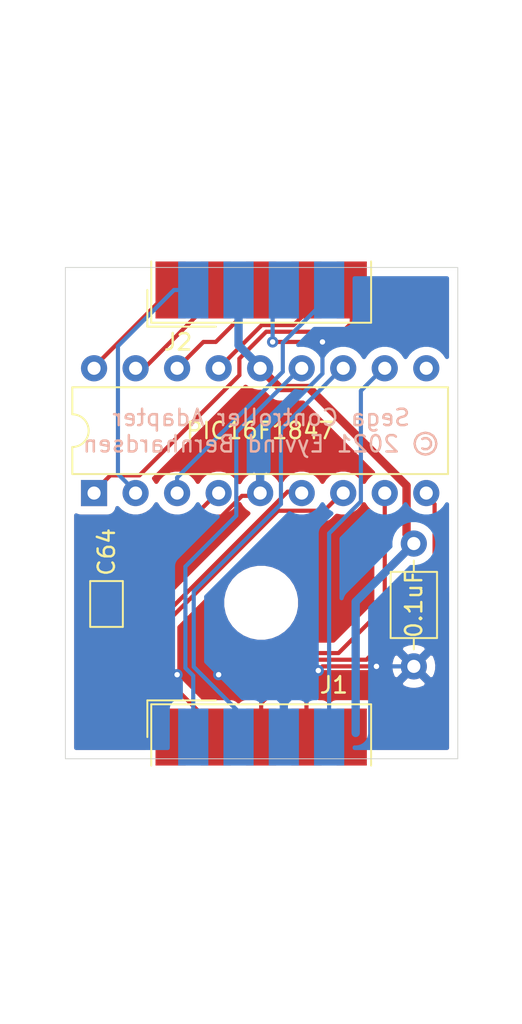
<source format=kicad_pcb>
(kicad_pcb (version 20171130) (host pcbnew "(5.1.9-0-10_14)")

  (general
    (thickness 1.6)
    (drawings 5)
    (tracks 106)
    (zones 0)
    (modules 6)
    (nets 19)
  )

  (page A4)
  (layers
    (0 F.Cu signal)
    (31 B.Cu signal)
    (36 B.SilkS user)
    (37 F.SilkS user)
    (38 B.Mask user)
    (39 F.Mask user)
    (41 Cmts.User user)
    (44 Edge.Cuts user)
    (45 Margin user)
    (46 B.CrtYd user)
    (47 F.CrtYd user)
    (49 F.Fab user)
  )

  (setup
    (last_trace_width 0.254)
    (user_trace_width 0.254)
    (user_trace_width 0.508)
    (trace_clearance 0.1524)
    (zone_clearance 0.508)
    (zone_45_only no)
    (trace_min 0.1524)
    (via_size 0.6858)
    (via_drill 0.3302)
    (via_min_size 0.508)
    (via_min_drill 0.254)
    (uvia_size 0.6858)
    (uvia_drill 0.3302)
    (uvias_allowed no)
    (uvia_min_size 0)
    (uvia_min_drill 0)
    (edge_width 0.05)
    (segment_width 0.2)
    (pcb_text_width 0.3)
    (pcb_text_size 1.5 1.5)
    (mod_edge_width 0.12)
    (mod_text_size 1 1)
    (mod_text_width 0.15)
    (pad_size 1.524 1.524)
    (pad_drill 0.762)
    (pad_to_mask_clearance 0.0508)
    (aux_axis_origin 0 0)
    (grid_origin 167.475 111.6)
    (visible_elements FFFFFF7F)
    (pcbplotparams
      (layerselection 0x010f0_ffffffff)
      (usegerberextensions false)
      (usegerberattributes true)
      (usegerberadvancedattributes true)
      (creategerberjobfile true)
      (excludeedgelayer true)
      (linewidth 0.100000)
      (plotframeref false)
      (viasonmask false)
      (mode 1)
      (useauxorigin false)
      (hpglpennumber 1)
      (hpglpenspeed 20)
      (hpglpendiameter 15.000000)
      (psnegative false)
      (psa4output false)
      (plotreference true)
      (plotvalue true)
      (plotinvisibletext false)
      (padsonsilk false)
      (subtractmaskfromsilk false)
      (outputformat 1)
      (mirror false)
      (drillshape 0)
      (scaleselection 1)
      (outputdirectory ""))
  )

  (net 0 "")
  (net 1 "Net-(J1-Pad1)")
  (net 2 "Net-(J1-Pad2)")
  (net 3 "Net-(J1-Pad3)")
  (net 4 "Net-(J1-Pad4)")
  (net 5 "Net-(J1-Pad6)")
  (net 6 "Net-(J1-Pad7)")
  (net 7 "Net-(J1-Pad9)")
  (net 8 "Net-(J2-Pad1)")
  (net 9 "Net-(J2-Pad2)")
  (net 10 "Net-(J2-Pad3)")
  (net 11 "Net-(J2-Pad4)")
  (net 12 "Net-(J2-Pad5)")
  (net 13 "Net-(J2-Pad6)")
  (net 14 "Net-(J2-Pad9)")
  (net 15 "Net-(U1-Pad10)")
  (net 16 GND)
  (net 17 +5V)
  (net 18 "Net-(JP1-Pad1)")

  (net_class Default "This is the default net class."
    (clearance 0.1524)
    (trace_width 0.1524)
    (via_dia 0.6858)
    (via_drill 0.3302)
    (uvia_dia 0.6858)
    (uvia_drill 0.3302)
    (add_net +5V)
    (add_net GND)
    (add_net "Net-(J1-Pad1)")
    (add_net "Net-(J1-Pad2)")
    (add_net "Net-(J1-Pad3)")
    (add_net "Net-(J1-Pad4)")
    (add_net "Net-(J1-Pad6)")
    (add_net "Net-(J1-Pad7)")
    (add_net "Net-(J1-Pad9)")
    (add_net "Net-(J2-Pad1)")
    (add_net "Net-(J2-Pad2)")
    (add_net "Net-(J2-Pad3)")
    (add_net "Net-(J2-Pad4)")
    (add_net "Net-(J2-Pad5)")
    (add_net "Net-(J2-Pad6)")
    (add_net "Net-(J2-Pad9)")
    (add_net "Net-(JP1-Pad1)")
    (add_net "Net-(U1-Pad10)")
  )

  (module MountingHole:MountingHole_3.5mm (layer F.Cu) (tedit 56D1B4CB) (tstamp 613BF26F)
    (at 179.475 132.1)
    (descr "Mounting Hole 3.5mm, no annular")
    (tags "mounting hole 3.5mm no annular")
    (path /613BAD68)
    (attr virtual)
    (fp_text reference H1 (at -0.025 -0.325) (layer F.SilkS)
      (effects (font (size 1 1) (thickness 0.15)))
    )
    (fp_text value MountingHole (at -0.075 -0.55) (layer F.Fab)
      (effects (font (size 1 1) (thickness 0.15)))
    )
    (fp_text user %R (at 0.3 0) (layer F.Fab)
      (effects (font (size 1 1) (thickness 0.15)))
    )
    (fp_circle (center 0 0) (end 3.5 0) (layer Cmts.User) (width 0.15))
    (fp_circle (center 0 0) (end 3.75 0) (layer F.CrtYd) (width 0.05))
    (pad 1 np_thru_hole circle (at 0 0) (size 3.5 3.5) (drill 3.5) (layers *.Cu *.Mask))
  )

  (module Package_DIP:DIP-18_W7.62mm (layer F.Cu) (tedit 5A02E8C5) (tstamp 601EC46C)
    (at 169.253 125.4 90)
    (descr "18-lead though-hole mounted DIP package, row spacing 7.62 mm (300 mils)")
    (tags "THT DIP DIL PDIP 2.54mm 7.62mm 300mil")
    (path /601EB7C3)
    (fp_text reference U1 (at 3.81 -2.33 90) (layer Cmts.User)
      (effects (font (size 1 1) (thickness 0.15)))
    )
    (fp_text value PIC16F1847 (at 3.81 10.16 180) (layer F.SilkS)
      (effects (font (size 1 1) (thickness 0.15)))
    )
    (fp_line (start 1.635 -1.27) (end 6.985 -1.27) (layer F.Fab) (width 0.1))
    (fp_line (start 6.985 -1.27) (end 6.985 21.59) (layer F.Fab) (width 0.1))
    (fp_line (start 6.985 21.59) (end 0.635 21.59) (layer F.Fab) (width 0.1))
    (fp_line (start 0.635 21.59) (end 0.635 -0.27) (layer F.Fab) (width 0.1))
    (fp_line (start 0.635 -0.27) (end 1.635 -1.27) (layer F.Fab) (width 0.1))
    (fp_line (start 2.81 -1.33) (end 1.16 -1.33) (layer F.SilkS) (width 0.12))
    (fp_line (start 1.16 -1.33) (end 1.16 21.65) (layer F.SilkS) (width 0.12))
    (fp_line (start 1.16 21.65) (end 6.46 21.65) (layer F.SilkS) (width 0.12))
    (fp_line (start 6.46 21.65) (end 6.46 -1.33) (layer F.SilkS) (width 0.12))
    (fp_line (start 6.46 -1.33) (end 4.81 -1.33) (layer F.SilkS) (width 0.12))
    (fp_line (start -1.1 -1.55) (end -1.1 21.85) (layer F.CrtYd) (width 0.05))
    (fp_line (start -1.1 21.85) (end 8.7 21.85) (layer F.CrtYd) (width 0.05))
    (fp_line (start 8.7 21.85) (end 8.7 -1.55) (layer F.CrtYd) (width 0.05))
    (fp_line (start 8.7 -1.55) (end -1.1 -1.55) (layer F.CrtYd) (width 0.05))
    (fp_arc (start 3.81 -1.33) (end 2.81 -1.33) (angle -180) (layer F.SilkS) (width 0.12))
    (fp_text user %R (at 3.81 20.32 90) (layer F.Fab)
      (effects (font (size 1 1) (thickness 0.15)))
    )
    (pad 1 thru_hole rect (at 0 0 90) (size 1.6 1.6) (drill 0.8) (layers *.Cu *.Mask)
      (net 12 "Net-(J2-Pad5)"))
    (pad 10 thru_hole oval (at 7.62 20.32 90) (size 1.6 1.6) (drill 0.8) (layers *.Cu *.Mask)
      (net 15 "Net-(U1-Pad10)"))
    (pad 2 thru_hole oval (at 0 2.54 90) (size 1.6 1.6) (drill 0.8) (layers *.Cu *.Mask)
      (net 13 "Net-(J2-Pad6)"))
    (pad 11 thru_hole oval (at 7.62 17.78 90) (size 1.6 1.6) (drill 0.8) (layers *.Cu *.Mask)
      (net 7 "Net-(J1-Pad9)"))
    (pad 3 thru_hole oval (at 0 5.08 90) (size 1.6 1.6) (drill 0.8) (layers *.Cu *.Mask)
      (net 14 "Net-(J2-Pad9)"))
    (pad 12 thru_hole oval (at 7.62 15.24 90) (size 1.6 1.6) (drill 0.8) (layers *.Cu *.Mask)
      (net 6 "Net-(J1-Pad7)"))
    (pad 4 thru_hole oval (at 0 7.62 90) (size 1.6 1.6) (drill 0.8) (layers *.Cu *.Mask)
      (net 18 "Net-(JP1-Pad1)"))
    (pad 13 thru_hole oval (at 7.62 12.7 90) (size 1.6 1.6) (drill 0.8) (layers *.Cu *.Mask)
      (net 5 "Net-(J1-Pad6)"))
    (pad 5 thru_hole oval (at 0 10.16 90) (size 1.6 1.6) (drill 0.8) (layers *.Cu *.Mask)
      (net 16 GND))
    (pad 14 thru_hole oval (at 7.62 10.16 90) (size 1.6 1.6) (drill 0.8) (layers *.Cu *.Mask)
      (net 17 +5V))
    (pad 6 thru_hole oval (at 0 12.7 90) (size 1.6 1.6) (drill 0.8) (layers *.Cu *.Mask)
      (net 1 "Net-(J1-Pad1)"))
    (pad 15 thru_hole oval (at 7.62 7.62 90) (size 1.6 1.6) (drill 0.8) (layers *.Cu *.Mask)
      (net 11 "Net-(J2-Pad4)"))
    (pad 7 thru_hole oval (at 0 15.24 90) (size 1.6 1.6) (drill 0.8) (layers *.Cu *.Mask)
      (net 2 "Net-(J1-Pad2)"))
    (pad 16 thru_hole oval (at 7.62 5.08 90) (size 1.6 1.6) (drill 0.8) (layers *.Cu *.Mask)
      (net 10 "Net-(J2-Pad3)"))
    (pad 8 thru_hole oval (at 0 17.78 90) (size 1.6 1.6) (drill 0.8) (layers *.Cu *.Mask)
      (net 3 "Net-(J1-Pad3)"))
    (pad 17 thru_hole oval (at 7.62 2.54 90) (size 1.6 1.6) (drill 0.8) (layers *.Cu *.Mask)
      (net 9 "Net-(J2-Pad2)"))
    (pad 9 thru_hole oval (at 0 20.32 90) (size 1.6 1.6) (drill 0.8) (layers *.Cu *.Mask)
      (net 4 "Net-(J1-Pad4)"))
    (pad 18 thru_hole oval (at 7.62 0 90) (size 1.6 1.6) (drill 0.8) (layers *.Cu *.Mask)
      (net 8 "Net-(J2-Pad1)"))
    (model ${KISYS3DMOD}/Package_DIP.3dshapes/DIP-18_W7.62mm.wrl
      (at (xyz 0 0 0))
      (scale (xyz 1 1 1))
      (rotate (xyz 0 0 0))
    )
  )

  (module Jumper:SolderJumper-2_P1.3mm_Open_Pad1.0x1.5mm (layer F.Cu) (tedit 5A3EABFC) (tstamp 604FFCD7)
    (at 170.015 132.174 270)
    (descr "SMD Solder Jumper, 1x1.5mm Pads, 0.3mm gap, open")
    (tags "solder jumper open")
    (path /60502D56)
    (attr virtual)
    (fp_text reference JP1 (at 0 -1.8 90) (layer Cmts.User)
      (effects (font (size 1 1) (thickness 0.15)))
    )
    (fp_text value C64 (at -3.175 0 90) (layer F.SilkS)
      (effects (font (size 1 1) (thickness 0.15)))
    )
    (fp_line (start -1.4 1) (end -1.4 -1) (layer F.SilkS) (width 0.12))
    (fp_line (start 1.4 1) (end -1.4 1) (layer F.SilkS) (width 0.12))
    (fp_line (start 1.4 -1) (end 1.4 1) (layer F.SilkS) (width 0.12))
    (fp_line (start -1.4 -1) (end 1.4 -1) (layer F.SilkS) (width 0.12))
    (fp_line (start -1.65 -1.25) (end 1.65 -1.25) (layer F.CrtYd) (width 0.05))
    (fp_line (start -1.65 -1.25) (end -1.65 1.25) (layer F.CrtYd) (width 0.05))
    (fp_line (start 1.65 1.25) (end 1.65 -1.25) (layer F.CrtYd) (width 0.05))
    (fp_line (start 1.65 1.25) (end -1.65 1.25) (layer F.CrtYd) (width 0.05))
    (pad 1 smd rect (at -0.65 0 270) (size 1 1.5) (layers F.Cu F.Mask)
      (net 18 "Net-(JP1-Pad1)"))
    (pad 2 smd rect (at 0.65 0 270) (size 1 1.5) (layers F.Cu F.Mask)
      (net 16 GND))
  )

  (module Connector_Dsub:DSUB-9_Male_EdgeMount_P2.77mm (layer F.Cu) (tedit 59FEDEE2) (tstamp 601EC3D9)
    (at 179.475 140.3)
    (descr "9-pin D-Sub connector, solder-cups edge-mounted, male, x-pin-pitch 2.77mm, distance of mounting holes 25mm, see https://disti-assets.s3.amazonaws.com/tonar/files/datasheets/16730.pdf")
    (tags "9-pin D-Sub connector edge mount solder cup male x-pin-pitch 2.77mm mounting holes distance 25mm")
    (path /601EDA30)
    (attr smd)
    (fp_text reference J1 (at 4.445 -3.175) (layer F.SilkS)
      (effects (font (size 1 1) (thickness 0.15)))
    )
    (fp_text value Sega (at 0 16.69) (layer F.Fab)
      (effects (font (size 1 1) (thickness 0.15)))
    )
    (fp_line (start -15.425 1.99) (end 15.425 1.99) (layer Dwgs.User) (width 0.05))
    (fp_line (start -6.963333 -2.24) (end -2.77 -2.24) (layer F.SilkS) (width 0.12))
    (fp_line (start -6.963333 0) (end -6.963333 -2.24) (layer F.SilkS) (width 0.12))
    (fp_line (start -6.723333 -2) (end -6.723333 1.74) (layer F.SilkS) (width 0.12))
    (fp_line (start 6.723333 -2) (end -6.723333 -2) (layer F.SilkS) (width 0.12))
    (fp_line (start 6.723333 1.74) (end 6.723333 -2) (layer F.SilkS) (width 0.12))
    (fp_line (start -7 1.5) (end -7 -2.25) (layer F.CrtYd) (width 0.05))
    (fp_line (start -8.05 1.5) (end -7 1.5) (layer F.CrtYd) (width 0.05))
    (fp_line (start -8.05 4.3) (end -8.05 1.5) (layer F.CrtYd) (width 0.05))
    (fp_line (start -9.05 4.3) (end -8.05 4.3) (layer F.CrtYd) (width 0.05))
    (fp_line (start -9.05 8.8) (end -9.05 4.3) (layer F.CrtYd) (width 0.05))
    (fp_line (start -15.95 8.8) (end -9.05 8.8) (layer F.CrtYd) (width 0.05))
    (fp_line (start -15.95 10.2) (end -15.95 8.8) (layer F.CrtYd) (width 0.05))
    (fp_line (start -8.65 10.2) (end -15.95 10.2) (layer F.CrtYd) (width 0.05))
    (fp_line (start -8.65 16.2) (end -8.65 10.2) (layer F.CrtYd) (width 0.05))
    (fp_line (start 8.65 16.2) (end -8.65 16.2) (layer F.CrtYd) (width 0.05))
    (fp_line (start 8.65 10.2) (end 8.65 16.2) (layer F.CrtYd) (width 0.05))
    (fp_line (start 15.95 10.2) (end 8.65 10.2) (layer F.CrtYd) (width 0.05))
    (fp_line (start 15.95 8.8) (end 15.95 10.2) (layer F.CrtYd) (width 0.05))
    (fp_line (start 9.05 8.8) (end 15.95 8.8) (layer F.CrtYd) (width 0.05))
    (fp_line (start 9.05 4.3) (end 9.05 8.8) (layer F.CrtYd) (width 0.05))
    (fp_line (start 8.05 4.3) (end 9.05 4.3) (layer F.CrtYd) (width 0.05))
    (fp_line (start 8.05 1.5) (end 8.05 4.3) (layer F.CrtYd) (width 0.05))
    (fp_line (start 7 1.5) (end 8.05 1.5) (layer F.CrtYd) (width 0.05))
    (fp_line (start 7 -2.25) (end 7 1.5) (layer F.CrtYd) (width 0.05))
    (fp_line (start -7 -2.25) (end 7 -2.25) (layer F.CrtYd) (width 0.05))
    (fp_line (start 8.15 9.69) (end -8.15 9.69) (layer F.Fab) (width 0.1))
    (fp_line (start 8.15 15.69) (end 8.15 9.69) (layer F.Fab) (width 0.1))
    (fp_line (start -8.15 15.69) (end 8.15 15.69) (layer F.Fab) (width 0.1))
    (fp_line (start -8.15 9.69) (end -8.15 15.69) (layer F.Fab) (width 0.1))
    (fp_line (start 15.425 9.29) (end -15.425 9.29) (layer F.Fab) (width 0.1))
    (fp_line (start 15.425 9.69) (end 15.425 9.29) (layer F.Fab) (width 0.1))
    (fp_line (start -15.425 9.69) (end 15.425 9.69) (layer F.Fab) (width 0.1))
    (fp_line (start -15.425 9.29) (end -15.425 9.69) (layer F.Fab) (width 0.1))
    (fp_line (start 8.55 4.79) (end -8.55 4.79) (layer F.Fab) (width 0.1))
    (fp_line (start 8.55 9.29) (end 8.55 4.79) (layer F.Fab) (width 0.1))
    (fp_line (start -8.55 9.29) (end 8.55 9.29) (layer F.Fab) (width 0.1))
    (fp_line (start -8.55 4.79) (end -8.55 9.29) (layer F.Fab) (width 0.1))
    (fp_line (start 7.55 1.99) (end -7.55 1.99) (layer F.Fab) (width 0.1))
    (fp_line (start 7.55 4.79) (end 7.55 1.99) (layer F.Fab) (width 0.1))
    (fp_line (start -7.55 4.79) (end 7.55 4.79) (layer F.Fab) (width 0.1))
    (fp_line (start -7.55 1.99) (end -7.55 4.79) (layer F.Fab) (width 0.1))
    (fp_line (start 4.755 -0.91) (end 3.555 -0.91) (layer B.Fab) (width 0.1))
    (fp_line (start 4.755 1.99) (end 4.755 -0.91) (layer B.Fab) (width 0.1))
    (fp_line (start 3.555 1.99) (end 4.755 1.99) (layer B.Fab) (width 0.1))
    (fp_line (start 3.555 -0.91) (end 3.555 1.99) (layer B.Fab) (width 0.1))
    (fp_line (start 1.985 -0.91) (end 0.785 -0.91) (layer B.Fab) (width 0.1))
    (fp_line (start 1.985 1.99) (end 1.985 -0.91) (layer B.Fab) (width 0.1))
    (fp_line (start 0.785 1.99) (end 1.985 1.99) (layer B.Fab) (width 0.1))
    (fp_line (start 0.785 -0.91) (end 0.785 1.99) (layer B.Fab) (width 0.1))
    (fp_line (start -0.785 -0.91) (end -1.985 -0.91) (layer B.Fab) (width 0.1))
    (fp_line (start -0.785 1.99) (end -0.785 -0.91) (layer B.Fab) (width 0.1))
    (fp_line (start -1.985 1.99) (end -0.785 1.99) (layer B.Fab) (width 0.1))
    (fp_line (start -1.985 -0.91) (end -1.985 1.99) (layer B.Fab) (width 0.1))
    (fp_line (start -3.555 -0.91) (end -4.755 -0.91) (layer B.Fab) (width 0.1))
    (fp_line (start -3.555 1.99) (end -3.555 -0.91) (layer B.Fab) (width 0.1))
    (fp_line (start -4.755 1.99) (end -3.555 1.99) (layer B.Fab) (width 0.1))
    (fp_line (start -4.755 -0.91) (end -4.755 1.99) (layer B.Fab) (width 0.1))
    (fp_line (start 6.14 -0.91) (end 4.94 -0.91) (layer F.Fab) (width 0.1))
    (fp_line (start 6.14 1.99) (end 6.14 -0.91) (layer F.Fab) (width 0.1))
    (fp_line (start 4.94 1.99) (end 6.14 1.99) (layer F.Fab) (width 0.1))
    (fp_line (start 4.94 -0.91) (end 4.94 1.99) (layer F.Fab) (width 0.1))
    (fp_line (start 3.37 -0.91) (end 2.17 -0.91) (layer F.Fab) (width 0.1))
    (fp_line (start 3.37 1.99) (end 3.37 -0.91) (layer F.Fab) (width 0.1))
    (fp_line (start 2.17 1.99) (end 3.37 1.99) (layer F.Fab) (width 0.1))
    (fp_line (start 2.17 -0.91) (end 2.17 1.99) (layer F.Fab) (width 0.1))
    (fp_line (start 0.6 -0.91) (end -0.6 -0.91) (layer F.Fab) (width 0.1))
    (fp_line (start 0.6 1.99) (end 0.6 -0.91) (layer F.Fab) (width 0.1))
    (fp_line (start -0.6 1.99) (end 0.6 1.99) (layer F.Fab) (width 0.1))
    (fp_line (start -0.6 -0.91) (end -0.6 1.99) (layer F.Fab) (width 0.1))
    (fp_line (start -2.17 -0.91) (end -3.37 -0.91) (layer F.Fab) (width 0.1))
    (fp_line (start -2.17 1.99) (end -2.17 -0.91) (layer F.Fab) (width 0.1))
    (fp_line (start -3.37 1.99) (end -2.17 1.99) (layer F.Fab) (width 0.1))
    (fp_line (start -3.37 -0.91) (end -3.37 1.99) (layer F.Fab) (width 0.1))
    (fp_line (start -4.94 -0.91) (end -6.14 -0.91) (layer F.Fab) (width 0.1))
    (fp_line (start -4.94 1.99) (end -4.94 -0.91) (layer F.Fab) (width 0.1))
    (fp_line (start -6.14 1.99) (end -4.94 1.99) (layer F.Fab) (width 0.1))
    (fp_line (start -6.14 -0.91) (end -6.14 1.99) (layer F.Fab) (width 0.1))
    (fp_text user "PCB edge" (at -10.425 1.323333) (layer Dwgs.User)
      (effects (font (size 0.5 0.5) (thickness 0.075)))
    )
    (fp_text user %R (at 0 3.39) (layer F.Fab)
      (effects (font (size 1 1) (thickness 0.15)))
    )
    (pad 9 smd rect (at 4.155 0) (size 1.846667 3.48) (layers B.Cu B.Paste B.Mask)
      (net 7 "Net-(J1-Pad9)"))
    (pad 8 smd rect (at 1.385 0) (size 1.846667 3.48) (layers B.Cu B.Paste B.Mask)
      (net 16 GND))
    (pad 7 smd rect (at -1.385 0) (size 1.846667 3.48) (layers B.Cu B.Paste B.Mask)
      (net 6 "Net-(J1-Pad7)"))
    (pad 6 smd rect (at -4.155 0) (size 1.846667 3.48) (layers B.Cu B.Paste B.Mask)
      (net 5 "Net-(J1-Pad6)"))
    (pad 5 smd rect (at 5.54 0) (size 1.846667 3.48) (layers F.Cu F.Paste F.Mask)
      (net 17 +5V))
    (pad 4 smd rect (at 2.77 0) (size 1.846667 3.48) (layers F.Cu F.Paste F.Mask)
      (net 4 "Net-(J1-Pad4)"))
    (pad 3 smd rect (at 0 0) (size 1.846667 3.48) (layers F.Cu F.Paste F.Mask)
      (net 3 "Net-(J1-Pad3)"))
    (pad 2 smd rect (at -2.77 0) (size 1.846667 3.48) (layers F.Cu F.Paste F.Mask)
      (net 2 "Net-(J1-Pad2)"))
    (pad 1 smd rect (at -5.54 0) (size 1.846667 3.48) (layers F.Cu F.Paste F.Mask)
      (net 1 "Net-(J1-Pad1)"))
    (model ${KISYS3DMOD}/Connector_Dsub.3dshapes/DSUB-9_Male_EdgeMount_P2.77mm.wrl
      (at (xyz 0 0 0))
      (scale (xyz 1 1 1))
      (rotate (xyz 0 0 0))
    )
  )

  (module Connector_Dsub:DSUB-9_Female_EdgeMount_P2.77mm (layer F.Cu) (tedit 59FEDEE2) (tstamp 60527CDB)
    (at 179.475 113 180)
    (descr "9-pin D-Sub connector, solder-cups edge-mounted, female, x-pin-pitch 2.77mm, distance of mounting holes 25mm, see https://disti-assets.s3.amazonaws.com/tonar/files/datasheets/16730.pdf")
    (tags "9-pin D-Sub connector edge mount solder cup female x-pin-pitch 2.77mm mounting holes distance 25mm")
    (path /601EC4D9)
    (attr smd)
    (fp_text reference J2 (at 5.08 -3.175) (layer F.SilkS)
      (effects (font (size 1 1) (thickness 0.15)))
    )
    (fp_text value Atari (at 0 16.86) (layer F.Fab)
      (effects (font (size 1 1) (thickness 0.15)))
    )
    (fp_line (start -15.425 1.99) (end 15.425 1.99) (layer Dwgs.User) (width 0.05))
    (fp_line (start 6.963333 -2.24) (end 2.77 -2.24) (layer F.SilkS) (width 0.12))
    (fp_line (start 6.963333 0) (end 6.963333 -2.24) (layer F.SilkS) (width 0.12))
    (fp_line (start -6.723333 -2) (end -6.723333 1.74) (layer F.SilkS) (width 0.12))
    (fp_line (start 6.723333 -2) (end -6.723333 -2) (layer F.SilkS) (width 0.12))
    (fp_line (start 6.723333 1.74) (end 6.723333 -2) (layer F.SilkS) (width 0.12))
    (fp_line (start -7 1.5) (end -7 -2.25) (layer F.CrtYd) (width 0.05))
    (fp_line (start -8.05 1.5) (end -7 1.5) (layer F.CrtYd) (width 0.05))
    (fp_line (start -8.05 4.3) (end -8.05 1.5) (layer F.CrtYd) (width 0.05))
    (fp_line (start -9.05 4.3) (end -8.05 4.3) (layer F.CrtYd) (width 0.05))
    (fp_line (start -9.05 8.8) (end -9.05 4.3) (layer F.CrtYd) (width 0.05))
    (fp_line (start -15.95 8.8) (end -9.05 8.8) (layer F.CrtYd) (width 0.05))
    (fp_line (start -15.95 10.2) (end -15.95 8.8) (layer F.CrtYd) (width 0.05))
    (fp_line (start -8.65 10.2) (end -15.95 10.2) (layer F.CrtYd) (width 0.05))
    (fp_line (start -8.65 16.4) (end -8.65 10.2) (layer F.CrtYd) (width 0.05))
    (fp_line (start 8.65 16.4) (end -8.65 16.4) (layer F.CrtYd) (width 0.05))
    (fp_line (start 8.65 10.2) (end 8.65 16.4) (layer F.CrtYd) (width 0.05))
    (fp_line (start 15.95 10.2) (end 8.65 10.2) (layer F.CrtYd) (width 0.05))
    (fp_line (start 15.95 8.8) (end 15.95 10.2) (layer F.CrtYd) (width 0.05))
    (fp_line (start 9.05 8.8) (end 15.95 8.8) (layer F.CrtYd) (width 0.05))
    (fp_line (start 9.05 4.3) (end 9.05 8.8) (layer F.CrtYd) (width 0.05))
    (fp_line (start 8.05 4.3) (end 9.05 4.3) (layer F.CrtYd) (width 0.05))
    (fp_line (start 8.05 1.5) (end 8.05 4.3) (layer F.CrtYd) (width 0.05))
    (fp_line (start 7 1.5) (end 8.05 1.5) (layer F.CrtYd) (width 0.05))
    (fp_line (start 7 -2.25) (end 7 1.5) (layer F.CrtYd) (width 0.05))
    (fp_line (start -7 -2.25) (end 7 -2.25) (layer F.CrtYd) (width 0.05))
    (fp_line (start 8.15 9.69) (end -8.15 9.69) (layer F.Fab) (width 0.1))
    (fp_line (start 8.15 15.86) (end 8.15 9.69) (layer F.Fab) (width 0.1))
    (fp_line (start -8.15 15.86) (end 8.15 15.86) (layer F.Fab) (width 0.1))
    (fp_line (start -8.15 9.69) (end -8.15 15.86) (layer F.Fab) (width 0.1))
    (fp_line (start 15.425 9.29) (end -15.425 9.29) (layer F.Fab) (width 0.1))
    (fp_line (start 15.425 9.69) (end 15.425 9.29) (layer F.Fab) (width 0.1))
    (fp_line (start -15.425 9.69) (end 15.425 9.69) (layer F.Fab) (width 0.1))
    (fp_line (start -15.425 9.29) (end -15.425 9.69) (layer F.Fab) (width 0.1))
    (fp_line (start 8.55 4.79) (end -8.55 4.79) (layer F.Fab) (width 0.1))
    (fp_line (start 8.55 9.29) (end 8.55 4.79) (layer F.Fab) (width 0.1))
    (fp_line (start -8.55 9.29) (end 8.55 9.29) (layer F.Fab) (width 0.1))
    (fp_line (start -8.55 4.79) (end -8.55 9.29) (layer F.Fab) (width 0.1))
    (fp_line (start 7.55 1.99) (end -7.55 1.99) (layer F.Fab) (width 0.1))
    (fp_line (start 7.55 4.79) (end 7.55 1.99) (layer F.Fab) (width 0.1))
    (fp_line (start -7.55 4.79) (end 7.55 4.79) (layer F.Fab) (width 0.1))
    (fp_line (start -7.55 1.99) (end -7.55 4.79) (layer F.Fab) (width 0.1))
    (fp_line (start -3.555 -0.91) (end -4.755 -0.91) (layer B.Fab) (width 0.1))
    (fp_line (start -3.555 1.99) (end -3.555 -0.91) (layer B.Fab) (width 0.1))
    (fp_line (start -4.755 1.99) (end -3.555 1.99) (layer B.Fab) (width 0.1))
    (fp_line (start -4.755 -0.91) (end -4.755 1.99) (layer B.Fab) (width 0.1))
    (fp_line (start -0.785 -0.91) (end -1.985 -0.91) (layer B.Fab) (width 0.1))
    (fp_line (start -0.785 1.99) (end -0.785 -0.91) (layer B.Fab) (width 0.1))
    (fp_line (start -1.985 1.99) (end -0.785 1.99) (layer B.Fab) (width 0.1))
    (fp_line (start -1.985 -0.91) (end -1.985 1.99) (layer B.Fab) (width 0.1))
    (fp_line (start 1.985 -0.91) (end 0.785 -0.91) (layer B.Fab) (width 0.1))
    (fp_line (start 1.985 1.99) (end 1.985 -0.91) (layer B.Fab) (width 0.1))
    (fp_line (start 0.785 1.99) (end 1.985 1.99) (layer B.Fab) (width 0.1))
    (fp_line (start 0.785 -0.91) (end 0.785 1.99) (layer B.Fab) (width 0.1))
    (fp_line (start 4.755 -0.91) (end 3.555 -0.91) (layer B.Fab) (width 0.1))
    (fp_line (start 4.755 1.99) (end 4.755 -0.91) (layer B.Fab) (width 0.1))
    (fp_line (start 3.555 1.99) (end 4.755 1.99) (layer B.Fab) (width 0.1))
    (fp_line (start 3.555 -0.91) (end 3.555 1.99) (layer B.Fab) (width 0.1))
    (fp_line (start -4.94 -0.91) (end -6.14 -0.91) (layer F.Fab) (width 0.1))
    (fp_line (start -4.94 1.99) (end -4.94 -0.91) (layer F.Fab) (width 0.1))
    (fp_line (start -6.14 1.99) (end -4.94 1.99) (layer F.Fab) (width 0.1))
    (fp_line (start -6.14 -0.91) (end -6.14 1.99) (layer F.Fab) (width 0.1))
    (fp_line (start -2.17 -0.91) (end -3.37 -0.91) (layer F.Fab) (width 0.1))
    (fp_line (start -2.17 1.99) (end -2.17 -0.91) (layer F.Fab) (width 0.1))
    (fp_line (start -3.37 1.99) (end -2.17 1.99) (layer F.Fab) (width 0.1))
    (fp_line (start -3.37 -0.91) (end -3.37 1.99) (layer F.Fab) (width 0.1))
    (fp_line (start 0.6 -0.91) (end -0.6 -0.91) (layer F.Fab) (width 0.1))
    (fp_line (start 0.6 1.99) (end 0.6 -0.91) (layer F.Fab) (width 0.1))
    (fp_line (start -0.6 1.99) (end 0.6 1.99) (layer F.Fab) (width 0.1))
    (fp_line (start -0.6 -0.91) (end -0.6 1.99) (layer F.Fab) (width 0.1))
    (fp_line (start 3.37 -0.91) (end 2.17 -0.91) (layer F.Fab) (width 0.1))
    (fp_line (start 3.37 1.99) (end 3.37 -0.91) (layer F.Fab) (width 0.1))
    (fp_line (start 2.17 1.99) (end 3.37 1.99) (layer F.Fab) (width 0.1))
    (fp_line (start 2.17 -0.91) (end 2.17 1.99) (layer F.Fab) (width 0.1))
    (fp_line (start 6.14 -0.91) (end 4.94 -0.91) (layer F.Fab) (width 0.1))
    (fp_line (start 6.14 1.99) (end 6.14 -0.91) (layer F.Fab) (width 0.1))
    (fp_line (start 4.94 1.99) (end 6.14 1.99) (layer F.Fab) (width 0.1))
    (fp_line (start 4.94 -0.91) (end 4.94 1.99) (layer F.Fab) (width 0.1))
    (fp_text user "PCB edge" (at -10.425 1.323333) (layer Dwgs.User)
      (effects (font (size 0.5 0.5) (thickness 0.075)))
    )
    (fp_text user %R (at 0 3.39) (layer F.Fab)
      (effects (font (size 1 1) (thickness 0.15)))
    )
    (pad 9 smd rect (at -4.155 0 180) (size 1.846667 3.48) (layers B.Cu B.Paste B.Mask)
      (net 14 "Net-(J2-Pad9)"))
    (pad 8 smd rect (at -1.385 0 180) (size 1.846667 3.48) (layers B.Cu B.Paste B.Mask)
      (net 16 GND))
    (pad 7 smd rect (at 1.385 0 180) (size 1.846667 3.48) (layers B.Cu B.Paste B.Mask)
      (net 17 +5V))
    (pad 6 smd rect (at 4.155 0 180) (size 1.846667 3.48) (layers B.Cu B.Paste B.Mask)
      (net 13 "Net-(J2-Pad6)"))
    (pad 5 smd rect (at -5.54 0 180) (size 1.846667 3.48) (layers F.Cu F.Paste F.Mask)
      (net 12 "Net-(J2-Pad5)"))
    (pad 4 smd rect (at -2.77 0 180) (size 1.846667 3.48) (layers F.Cu F.Paste F.Mask)
      (net 11 "Net-(J2-Pad4)"))
    (pad 3 smd rect (at 0 0 180) (size 1.846667 3.48) (layers F.Cu F.Paste F.Mask)
      (net 10 "Net-(J2-Pad3)"))
    (pad 2 smd rect (at 2.77 0 180) (size 1.846667 3.48) (layers F.Cu F.Paste F.Mask)
      (net 9 "Net-(J2-Pad2)"))
    (pad 1 smd rect (at 5.54 0 180) (size 1.846667 3.48) (layers F.Cu F.Paste F.Mask)
      (net 8 "Net-(J2-Pad1)"))
    (model ${KISYS3DMOD}/Connector_Dsub.3dshapes/DSUB-9_Female_EdgeMount_P2.77mm.wrl
      (at (xyz 0 0 0))
      (scale (xyz 1 1 1))
      (rotate (xyz 0 0 0))
    )
  )

  (module Capacitor_THT:C_Axial_L3.8mm_D2.6mm_P7.50mm_Horizontal (layer F.Cu) (tedit 5AE50EF0) (tstamp 601ECBE7)
    (at 188.811 135.984 90)
    (descr "C, Axial series, Axial, Horizontal, pin pitch=7.5mm, , length*diameter=3.8*2.6mm^2, http://www.vishay.com/docs/45231/arseries.pdf")
    (tags "C Axial series Axial Horizontal pin pitch 7.5mm  length 3.8mm diameter 2.6mm")
    (path /601532C7)
    (fp_text reference C1 (at 3.75 -2.42 90) (layer Cmts.User)
      (effects (font (size 1 1) (thickness 0.15)))
    )
    (fp_text value 0.1uF (at 3.81 0 90) (layer F.SilkS)
      (effects (font (size 1 1) (thickness 0.15)))
    )
    (fp_line (start 1.85 -1.3) (end 1.85 1.3) (layer F.Fab) (width 0.1))
    (fp_line (start 1.85 1.3) (end 5.65 1.3) (layer F.Fab) (width 0.1))
    (fp_line (start 5.65 1.3) (end 5.65 -1.3) (layer F.Fab) (width 0.1))
    (fp_line (start 5.65 -1.3) (end 1.85 -1.3) (layer F.Fab) (width 0.1))
    (fp_line (start 0 0) (end 1.85 0) (layer F.Fab) (width 0.1))
    (fp_line (start 7.5 0) (end 5.65 0) (layer F.Fab) (width 0.1))
    (fp_line (start 1.73 -1.42) (end 1.73 1.42) (layer F.SilkS) (width 0.12))
    (fp_line (start 1.73 1.42) (end 5.77 1.42) (layer F.SilkS) (width 0.12))
    (fp_line (start 5.77 1.42) (end 5.77 -1.42) (layer F.SilkS) (width 0.12))
    (fp_line (start 5.77 -1.42) (end 1.73 -1.42) (layer F.SilkS) (width 0.12))
    (fp_line (start 1.04 0) (end 1.73 0) (layer F.SilkS) (width 0.12))
    (fp_line (start 6.46 0) (end 5.77 0) (layer F.SilkS) (width 0.12))
    (fp_line (start -1.05 -1.55) (end -1.05 1.55) (layer F.CrtYd) (width 0.05))
    (fp_line (start -1.05 1.55) (end 8.55 1.55) (layer F.CrtYd) (width 0.05))
    (fp_line (start 8.55 1.55) (end 8.55 -1.55) (layer F.CrtYd) (width 0.05))
    (fp_line (start 8.55 -1.55) (end -1.05 -1.55) (layer F.CrtYd) (width 0.05))
    (fp_text user %R (at 3.75 0) (layer F.Fab)
      (effects (font (size 0.76 0.76) (thickness 0.114)))
    )
    (pad 1 thru_hole circle (at 0 0 90) (size 1.6 1.6) (drill 0.8) (layers *.Cu *.Mask)
      (net 16 GND))
    (pad 2 thru_hole oval (at 7.5 0 90) (size 1.6 1.6) (drill 0.8) (layers *.Cu *.Mask)
      (net 17 +5V))
    (model ${KISYS3DMOD}/Capacitor_THT.3dshapes/C_Axial_L3.8mm_D2.6mm_P7.50mm_Horizontal.wrl
      (at (xyz 0 0 0))
      (scale (xyz 1 1 1))
      (rotate (xyz 0 0 0))
    )
  )

  (gr_line (start 167.5 141.625) (end 167.5 111.625) (layer Edge.Cuts) (width 0.05))
  (gr_line (start 191.5 141.625) (end 167.5 141.625) (layer Edge.Cuts) (width 0.05))
  (gr_line (start 191.5 111.625) (end 191.5 141.625) (layer Edge.Cuts) (width 0.05))
  (gr_line (start 167.5 111.625) (end 191.5 111.625) (layer Edge.Cuts) (width 0.05))
  (gr_text "Sega Controller Adapter\n© 2021 Eyvind Bernhardsen" (at 179.475 121.6) (layer B.SilkS)
    (effects (font (size 1 1) (thickness 0.15)) (justify mirror))
  )

  (segment (start 181.094514 125.316) (end 181.953 125.316) (width 0.254) (layer F.Cu) (net 1))
  (segment (start 173.304287 133.106227) (end 181.094514 125.316) (width 0.254) (layer F.Cu) (net 1))
  (segment (start 173.935 140.3) (end 173.304287 139.669287) (width 0.254) (layer F.Cu) (net 1))
  (segment (start 173.304287 139.669287) (end 173.304287 133.106227) (width 0.254) (layer F.Cu) (net 1))
  (segment (start 176.705 140.3) (end 176.705 139.785008) (width 0.254) (layer F.Cu) (net 2))
  (segment (start 180.505863 126.479401) (end 183.329599 126.479401) (width 0.254) (layer F.Cu) (net 2))
  (segment (start 183.329599 126.479401) (end 184.493 125.316) (width 0.254) (layer F.Cu) (net 2))
  (segment (start 173.710698 136.790706) (end 173.710698 133.274566) (width 0.254) (layer F.Cu) (net 2))
  (segment (start 173.710698 133.274566) (end 180.505863 126.479401) (width 0.254) (layer F.Cu) (net 2))
  (segment (start 176.705 139.785008) (end 173.710698 136.790706) (width 0.254) (layer F.Cu) (net 2))
  (segment (start 184.207567 135.171178) (end 187.033 132.345745) (width 0.254) (layer F.Cu) (net 3))
  (segment (start 179.475 140.3) (end 179.475 138.236241) (width 0.254) (layer F.Cu) (net 3))
  (segment (start 182.540063 135.171178) (end 184.207567 135.171178) (width 0.254) (layer F.Cu) (net 3))
  (segment (start 179.475 138.236241) (end 182.540063 135.171178) (width 0.254) (layer F.Cu) (net 3))
  (segment (start 187.033 132.345745) (end 187.033 125.316) (width 0.254) (layer F.Cu) (net 3))
  (segment (start 182.245 140.3) (end 182.245 136.040992) (width 0.254) (layer F.Cu) (net 4))
  (segment (start 182.245 136.040992) (end 182.708403 135.577589) (width 0.254) (layer F.Cu) (net 4))
  (segment (start 190.081 126.078) (end 189.573 125.57) (width 0.254) (layer F.Cu) (net 4))
  (segment (start 185.915411 135.577589) (end 190.081 131.412) (width 0.254) (layer F.Cu) (net 4))
  (segment (start 182.708403 135.577589) (end 185.915411 135.577589) (width 0.254) (layer F.Cu) (net 4))
  (segment (start 190.081 131.412) (end 190.081 126.078) (width 0.254) (layer F.Cu) (net 4))
  (segment (start 177.952401 126.776599) (end 177.952401 121.696599) (width 0.254) (layer B.Cu) (net 5))
  (segment (start 174.841 129.888) (end 177.952401 126.776599) (width 0.254) (layer B.Cu) (net 5))
  (segment (start 175.32 140.3) (end 175.32 136.557994) (width 0.254) (layer B.Cu) (net 5))
  (segment (start 175.32 136.557994) (end 174.841 136.078994) (width 0.254) (layer B.Cu) (net 5))
  (segment (start 174.841 136.078994) (end 174.841 129.888) (width 0.254) (layer B.Cu) (net 5))
  (segment (start 177.952401 121.696599) (end 181.953 117.696) (width 0.254) (layer B.Cu) (net 5))
  (segment (start 178.09 138.753243) (end 175.349 136.012243) (width 0.254) (layer B.Cu) (net 6))
  (segment (start 180.683 126.078) (end 180.683 121.506) (width 0.254) (layer B.Cu) (net 6))
  (segment (start 175.349 136.012243) (end 175.349 131.412) (width 0.254) (layer B.Cu) (net 6))
  (segment (start 178.09 140.3) (end 178.09 138.753243) (width 0.254) (layer B.Cu) (net 6))
  (segment (start 180.683 121.506) (end 184.493 117.696) (width 0.254) (layer B.Cu) (net 6))
  (segment (start 175.349 131.412) (end 180.683 126.078) (width 0.254) (layer B.Cu) (net 6))
  (segment (start 185.572401 125.918113) (end 185.572401 119.156599) (width 0.254) (layer B.Cu) (net 7))
  (segment (start 183.63 127.860514) (end 185.572401 125.918113) (width 0.254) (layer B.Cu) (net 7))
  (segment (start 183.63 140.3) (end 183.63 127.860514) (width 0.254) (layer B.Cu) (net 7))
  (segment (start 185.572401 119.156599) (end 187.033 117.696) (width 0.254) (layer B.Cu) (net 7))
  (segment (start 173.935 113) (end 173.935 113.014) (width 0.254) (layer F.Cu) (net 8))
  (segment (start 173.935 113.014) (end 169.253 117.696) (width 0.254) (layer F.Cu) (net 8))
  (segment (start 172.321256 117.78) (end 176.619 113.482256) (width 0.254) (layer F.Cu) (net 9))
  (segment (start 171.793 117.78) (end 172.321256 117.78) (width 0.254) (layer F.Cu) (net 9))
  (segment (start 176.619 113.482256) (end 176.619 112.87) (width 0.254) (layer F.Cu) (net 9))
  (segment (start 174.333 117.78) (end 175.941 116.172) (width 0.254) (layer F.Cu) (net 10))
  (segment (start 179.413 113.458256) (end 179.413 113.124) (width 0.254) (layer F.Cu) (net 10))
  (segment (start 175.941 116.172) (end 176.699256 116.172) (width 0.254) (layer F.Cu) (net 10))
  (segment (start 176.699256 116.172) (end 179.413 113.458256) (width 0.254) (layer F.Cu) (net 10))
  (segment (start 181.953 113.124) (end 182.207 113.124) (width 0.254) (layer F.Cu) (net 11))
  (segment (start 179.509713 115.143287) (end 181.457713 115.143287) (width 0.254) (layer F.Cu) (net 11))
  (segment (start 176.873 117.78) (end 179.509713 115.143287) (width 0.254) (layer F.Cu) (net 11))
  (segment (start 181.457713 115.143287) (end 182.207 114.394) (width 0.254) (layer F.Cu) (net 11))
  (segment (start 184.459302 115.549698) (end 179.781302 115.549698) (width 0.254) (layer F.Cu) (net 12))
  (segment (start 185.015 113) (end 185.015 114.994) (width 0.254) (layer F.Cu) (net 12))
  (segment (start 170.248401 124.320599) (end 169.253 125.316) (width 0.254) (layer F.Cu) (net 12))
  (segment (start 185.015 114.994) (end 184.459302 115.549698) (width 0.254) (layer F.Cu) (net 12))
  (segment (start 172.026401 124.320599) (end 170.248401 124.320599) (width 0.254) (layer F.Cu) (net 12))
  (segment (start 178.143 118.204) (end 172.026401 124.320599) (width 0.254) (layer F.Cu) (net 12))
  (segment (start 179.781302 115.549698) (end 178.143 117.188) (width 0.254) (layer F.Cu) (net 12))
  (segment (start 178.143 117.188) (end 178.143 118.204) (width 0.254) (layer F.Cu) (net 12))
  (segment (start 170.713599 116.429068) (end 170.713599 124.236599) (width 0.254) (layer B.Cu) (net 13))
  (segment (start 174.142667 113) (end 170.713599 116.429068) (width 0.254) (layer B.Cu) (net 13))
  (segment (start 175.32 113) (end 174.142667 113) (width 0.254) (layer B.Cu) (net 13))
  (segment (start 170.713599 124.236599) (end 171.793 125.316) (width 0.254) (layer B.Cu) (net 13))
  (segment (start 180.797301 116.228955) (end 183.731 113.295256) (width 0.254) (layer B.Cu) (net 14))
  (segment (start 174.333 125.4) (end 174.333 124.457514) (width 0.254) (layer B.Cu) (net 14))
  (segment (start 180.797301 117.993213) (end 180.797301 116.228955) (width 0.254) (layer B.Cu) (net 14))
  (segment (start 174.333 124.457514) (end 180.797301 117.993213) (width 0.254) (layer B.Cu) (net 14))
  (segment (start 183.731 113.295256) (end 183.731 112.87) (width 0.254) (layer B.Cu) (net 14))
  (segment (start 171.046514 132.824) (end 178.300514 125.57) (width 0.254) (layer F.Cu) (net 16))
  (segment (start 170.015 132.824) (end 171.046514 132.824) (width 0.254) (layer F.Cu) (net 16))
  (segment (start 178.300514 125.57) (end 179.159 125.57) (width 0.254) (layer F.Cu) (net 16))
  (segment (start 179.159 125.57) (end 179.413 125.316) (width 0.254) (layer F.Cu) (net 16))
  (segment (start 179.046 136.492) (end 176.873 136.492) (width 0.254) (layer B.Cu) (net 16))
  (via (at 176.873 136.492) (size 0.6858) (drill 0.3302) (layers F.Cu B.Cu) (net 16))
  (segment (start 180.86 138.306) (end 179.046 136.492) (width 0.254) (layer B.Cu) (net 16))
  (segment (start 180.86 140.3) (end 180.86 138.306) (width 0.254) (layer B.Cu) (net 16))
  (via (at 174.333 136.492) (size 0.6858) (drill 0.3302) (layers F.Cu B.Cu) (net 16))
  (segment (start 176.873 136.492) (end 174.333 136.492) (width 0.254) (layer F.Cu) (net 16))
  (segment (start 174.333 136.492) (end 173.571 136.492) (width 0.254) (layer B.Cu) (net 16))
  (segment (start 173.571 136.492) (end 170.015 132.936) (width 0.254) (layer B.Cu) (net 16))
  (via (at 186.525 135.984) (size 0.6858) (drill 0.3302) (layers F.Cu B.Cu) (net 16))
  (segment (start 188.811 135.984) (end 186.525 135.984) (width 0.254) (layer B.Cu) (net 16))
  (via (at 182.969 136.238) (size 0.6858) (drill 0.3302) (layers F.Cu B.Cu) (net 16))
  (segment (start 186.525 135.984) (end 183.223 135.984) (width 0.254) (layer F.Cu) (net 16))
  (segment (start 183.223 135.984) (end 182.969 136.238) (width 0.254) (layer F.Cu) (net 16))
  (segment (start 182.969 136.238) (end 180.937 138.27) (width 0.254) (layer B.Cu) (net 16))
  (segment (start 180.937 138.27) (end 180.937 139.032) (width 0.254) (layer B.Cu) (net 16))
  (via (at 183.223 116.172) (size 0.6858) (drill 0.3302) (layers F.Cu B.Cu) (net 16))
  (segment (start 183.223 118.107514) (end 183.223 116.172) (width 0.254) (layer B.Cu) (net 16))
  (segment (start 179.413 121.917514) (end 183.223 118.107514) (width 0.254) (layer B.Cu) (net 16))
  (segment (start 179.413 125.4) (end 179.413 121.917514) (width 0.254) (layer B.Cu) (net 16))
  (segment (start 183.223 116.172) (end 180.175 116.172) (width 0.254) (layer F.Cu) (net 16))
  (via (at 180.175 116.172) (size 0.6858) (drill 0.3302) (layers F.Cu B.Cu) (net 16))
  (segment (start 180.175 116.172) (end 180.175 113.632) (width 0.254) (layer B.Cu) (net 16))
  (segment (start 180.175 113.632) (end 180.937 112.87) (width 0.254) (layer B.Cu) (net 16))
  (segment (start 178.09 113) (end 178.09 116.373) (width 0.508) (layer B.Cu) (net 17))
  (segment (start 178.09 116.373) (end 179.413 117.696) (width 0.508) (layer B.Cu) (net 17))
  (segment (start 188.465526 128.618) (end 188.811 128.618) (width 0.508) (layer B.Cu) (net 17))
  (segment (start 188.811 128.484) (end 185.255 132.04) (width 0.508) (layer B.Cu) (net 17))
  (segment (start 185.255 132.04) (end 185.255 140.048) (width 0.508) (layer B.Cu) (net 17))
  (segment (start 188.366599 124.948125) (end 188.366599 127.919599) (width 0.508) (layer F.Cu) (net 17))
  (segment (start 182.404875 118.986401) (end 188.366599 124.948125) (width 0.508) (layer F.Cu) (net 17))
  (segment (start 180.619401 118.986401) (end 182.404875 118.986401) (width 0.508) (layer F.Cu) (net 17))
  (segment (start 179.413 117.78) (end 180.619401 118.986401) (width 0.508) (layer F.Cu) (net 17))
  (segment (start 188.366599 127.919599) (end 188.811 128.364) (width 0.508) (layer F.Cu) (net 17))
  (segment (start 170.015 131.524) (end 170.665 131.524) (width 0.254) (layer F.Cu) (net 18))
  (segment (start 170.665 131.524) (end 176.873 125.316) (width 0.254) (layer F.Cu) (net 18))

  (zone (net 16) (net_name GND) (layer B.Cu) (tstamp 613C012A) (hatch edge 0.508)
    (connect_pads (clearance 0.508))
    (min_thickness 0.254)
    (fill yes (arc_segments 32) (thermal_gap 0.508) (thermal_bridge_width 0.508))
    (polygon
      (pts
        (xy 192.113 142.334) (xy 166.967 142.334) (xy 166.967 111.092) (xy 192.113 111.092)
      )
    )
    (filled_polygon
      (pts
        (xy 188.458363 126.314759) (xy 188.658241 126.514637) (xy 188.893273 126.67168) (xy 189.154426 126.779853) (xy 189.431665 126.835)
        (xy 189.714335 126.835) (xy 189.991574 126.779853) (xy 190.252727 126.67168) (xy 190.487759 126.514637) (xy 190.687637 126.314759)
        (xy 190.84 126.08673) (xy 190.840001 140.965) (xy 185.191405 140.965) (xy 185.191405 140.935037) (xy 185.255 140.941301)
        (xy 185.429274 140.924136) (xy 185.596851 140.873303) (xy 185.751291 140.790753) (xy 185.886659 140.679659) (xy 185.997753 140.544291)
        (xy 186.080303 140.389851) (xy 186.131136 140.222274) (xy 186.144 140.091667) (xy 186.144 136.976702) (xy 187.997903 136.976702)
        (xy 188.069486 137.220671) (xy 188.324996 137.341571) (xy 188.599184 137.4103) (xy 188.881512 137.424217) (xy 189.16113 137.382787)
        (xy 189.427292 137.287603) (xy 189.552514 137.220671) (xy 189.624097 136.976702) (xy 188.811 136.163605) (xy 187.997903 136.976702)
        (xy 186.144 136.976702) (xy 186.144 136.054512) (xy 187.370783 136.054512) (xy 187.412213 136.33413) (xy 187.507397 136.600292)
        (xy 187.574329 136.725514) (xy 187.818298 136.797097) (xy 188.631395 135.984) (xy 188.990605 135.984) (xy 189.803702 136.797097)
        (xy 190.047671 136.725514) (xy 190.168571 136.470004) (xy 190.2373 136.195816) (xy 190.251217 135.913488) (xy 190.209787 135.63387)
        (xy 190.114603 135.367708) (xy 190.047671 135.242486) (xy 189.803702 135.170903) (xy 188.990605 135.984) (xy 188.631395 135.984)
        (xy 187.818298 135.170903) (xy 187.574329 135.242486) (xy 187.453429 135.497996) (xy 187.3847 135.772184) (xy 187.370783 136.054512)
        (xy 186.144 136.054512) (xy 186.144 134.991298) (xy 187.997903 134.991298) (xy 188.811 135.804395) (xy 189.624097 134.991298)
        (xy 189.552514 134.747329) (xy 189.297004 134.626429) (xy 189.022816 134.5577) (xy 188.740488 134.543783) (xy 188.46087 134.585213)
        (xy 188.194708 134.680397) (xy 188.069486 134.747329) (xy 187.997903 134.991298) (xy 186.144 134.991298) (xy 186.144 132.408235)
        (xy 188.639279 129.912956) (xy 188.669665 129.919) (xy 188.952335 129.919) (xy 189.229574 129.863853) (xy 189.490727 129.75568)
        (xy 189.725759 129.598637) (xy 189.925637 129.398759) (xy 190.08268 129.163727) (xy 190.190853 128.902574) (xy 190.246 128.625335)
        (xy 190.246 128.342665) (xy 190.190853 128.065426) (xy 190.08268 127.804273) (xy 189.925637 127.569241) (xy 189.725759 127.369363)
        (xy 189.490727 127.21232) (xy 189.229574 127.104147) (xy 188.952335 127.049) (xy 188.669665 127.049) (xy 188.392426 127.104147)
        (xy 188.131273 127.21232) (xy 187.896241 127.369363) (xy 187.696363 127.569241) (xy 187.53932 127.804273) (xy 187.431147 128.065426)
        (xy 187.376 128.342665) (xy 187.376 128.625335) (xy 187.382044 128.655721) (xy 184.657264 131.380501) (xy 184.623341 131.408341)
        (xy 184.512247 131.54371) (xy 184.429697 131.69815) (xy 184.392 131.822423) (xy 184.392 128.176144) (xy 186.084754 126.483391)
        (xy 186.085985 126.482381) (xy 186.118241 126.514637) (xy 186.353273 126.67168) (xy 186.614426 126.779853) (xy 186.891665 126.835)
        (xy 187.174335 126.835) (xy 187.451574 126.779853) (xy 187.712727 126.67168) (xy 187.947759 126.514637) (xy 188.147637 126.314759)
        (xy 188.303 126.082241)
      )
    )
    (filled_polygon
      (pts
        (xy 175.758363 126.314759) (xy 175.958241 126.514637) (xy 176.193273 126.67168) (xy 176.454426 126.779853) (xy 176.731665 126.835)
        (xy 176.816369 126.835) (xy 174.328649 129.322721) (xy 174.299579 129.346578) (xy 174.275722 129.375648) (xy 174.275721 129.375649)
        (xy 174.204355 129.462608) (xy 174.133599 129.594985) (xy 174.090027 129.738622) (xy 174.075314 129.888) (xy 174.079001 129.925433)
        (xy 174.079 136.041571) (xy 174.075314 136.078994) (xy 174.079 136.116417) (xy 174.079 136.116419) (xy 174.090026 136.228371)
        (xy 174.133598 136.372008) (xy 174.166535 136.433629) (xy 174.204355 136.504386) (xy 174.243983 136.552672) (xy 174.299578 136.620416)
        (xy 174.328654 136.644278) (xy 174.558001 136.873625) (xy 174.558001 137.921928) (xy 174.396667 137.921928) (xy 174.272185 137.934188)
        (xy 174.152487 137.970498) (xy 174.042173 138.029463) (xy 173.945482 138.108815) (xy 173.86613 138.205506) (xy 173.807165 138.31582)
        (xy 173.770855 138.435518) (xy 173.758595 138.56) (xy 173.758595 140.965) (xy 168.16 140.965) (xy 168.16 126.763407)
        (xy 168.20882 126.789502) (xy 168.328518 126.825812) (xy 168.453 126.838072) (xy 170.053 126.838072) (xy 170.177482 126.825812)
        (xy 170.29718 126.789502) (xy 170.407494 126.730537) (xy 170.504185 126.651185) (xy 170.583537 126.554494) (xy 170.642502 126.44418)
        (xy 170.678812 126.324482) (xy 170.679643 126.316039) (xy 170.878241 126.514637) (xy 171.113273 126.67168) (xy 171.374426 126.779853)
        (xy 171.651665 126.835) (xy 171.934335 126.835) (xy 172.211574 126.779853) (xy 172.472727 126.67168) (xy 172.707759 126.514637)
        (xy 172.907637 126.314759) (xy 173.063 126.082241) (xy 173.218363 126.314759) (xy 173.418241 126.514637) (xy 173.653273 126.67168)
        (xy 173.914426 126.779853) (xy 174.191665 126.835) (xy 174.474335 126.835) (xy 174.751574 126.779853) (xy 175.012727 126.67168)
        (xy 175.247759 126.514637) (xy 175.447637 126.314759) (xy 175.603 126.082241)
      )
    )
    (filled_polygon
      (pts
        (xy 183.378363 126.314759) (xy 183.578241 126.514637) (xy 183.770071 126.642813) (xy 183.117649 127.295235) (xy 183.088579 127.319092)
        (xy 183.064722 127.348162) (xy 183.064721 127.348163) (xy 182.993355 127.435122) (xy 182.922599 127.567499) (xy 182.879027 127.711136)
        (xy 182.864314 127.860514) (xy 182.868001 127.897947) (xy 182.868 137.921928) (xy 182.706667 137.921928) (xy 182.582185 137.934188)
        (xy 182.462487 137.970498) (xy 182.352173 138.029463) (xy 182.255482 138.108815) (xy 182.245 138.121587) (xy 182.234518 138.108815)
        (xy 182.137827 138.029463) (xy 182.027513 137.970498) (xy 181.907815 137.934188) (xy 181.783333 137.921928) (xy 181.14575 137.925)
        (xy 180.987 138.08375) (xy 180.987 140.173) (xy 181.007 140.173) (xy 181.007 140.427) (xy 180.987 140.427)
        (xy 180.987 140.447) (xy 180.733 140.447) (xy 180.733 140.427) (xy 180.713 140.427) (xy 180.713 140.173)
        (xy 180.733 140.173) (xy 180.733 138.08375) (xy 180.57425 137.925) (xy 179.936667 137.921928) (xy 179.812185 137.934188)
        (xy 179.692487 137.970498) (xy 179.582173 138.029463) (xy 179.485482 138.108815) (xy 179.475 138.121587) (xy 179.464518 138.108815)
        (xy 179.367827 138.029463) (xy 179.257513 137.970498) (xy 179.137815 137.934188) (xy 179.013333 137.921928) (xy 178.336316 137.921928)
        (xy 176.111 135.696613) (xy 176.111 131.865098) (xy 177.09 131.865098) (xy 177.09 132.334902) (xy 177.181654 132.795679)
        (xy 177.36144 133.229721) (xy 177.62245 133.620349) (xy 177.954651 133.95255) (xy 178.345279 134.21356) (xy 178.779321 134.393346)
        (xy 179.240098 134.485) (xy 179.709902 134.485) (xy 180.170679 134.393346) (xy 180.604721 134.21356) (xy 180.995349 133.95255)
        (xy 181.32755 133.620349) (xy 181.58856 133.229721) (xy 181.768346 132.795679) (xy 181.86 132.334902) (xy 181.86 131.865098)
        (xy 181.768346 131.404321) (xy 181.58856 130.970279) (xy 181.32755 130.579651) (xy 180.995349 130.24745) (xy 180.604721 129.98644)
        (xy 180.170679 129.806654) (xy 179.709902 129.715) (xy 179.240098 129.715) (xy 178.779321 129.806654) (xy 178.345279 129.98644)
        (xy 177.954651 130.24745) (xy 177.62245 130.579651) (xy 177.36144 130.970279) (xy 177.181654 131.404321) (xy 177.09 131.865098)
        (xy 176.111 131.865098) (xy 176.111 131.72763) (xy 181.195353 126.643278) (xy 181.211246 126.630235) (xy 181.273273 126.67168)
        (xy 181.534426 126.779853) (xy 181.811665 126.835) (xy 182.094335 126.835) (xy 182.371574 126.779853) (xy 182.632727 126.67168)
        (xy 182.867759 126.514637) (xy 183.067637 126.314759) (xy 183.223 126.082241)
      )
    )
    (filled_polygon
      (pts
        (xy 181.811665 119.215) (xy 181.89637 119.215) (xy 180.170649 120.940721) (xy 180.141579 120.964578) (xy 180.117722 120.993648)
        (xy 180.117721 120.993649) (xy 180.046355 121.080608) (xy 179.975599 121.212985) (xy 179.932027 121.356622) (xy 179.917314 121.506)
        (xy 179.921001 121.543433) (xy 179.921 124.060529) (xy 179.896087 124.048754) (xy 179.762039 124.008096) (xy 179.54 124.130085)
        (xy 179.54 125.273) (xy 179.56 125.273) (xy 179.56 125.527) (xy 179.54 125.527) (xy 179.54 125.547)
        (xy 179.286 125.547) (xy 179.286 125.527) (xy 179.266 125.527) (xy 179.266 125.273) (xy 179.286 125.273)
        (xy 179.286 124.130085) (xy 179.063961 124.008096) (xy 178.929913 124.048754) (xy 178.714401 124.150614) (xy 178.714401 122.012229)
        (xy 181.56141 119.165221)
      )
    )
    (filled_polygon
      (pts
        (xy 190.84 117.093269) (xy 190.687637 116.865241) (xy 190.487759 116.665363) (xy 190.252727 116.50832) (xy 189.991574 116.400147)
        (xy 189.714335 116.345) (xy 189.431665 116.345) (xy 189.154426 116.400147) (xy 188.893273 116.50832) (xy 188.658241 116.665363)
        (xy 188.458363 116.865241) (xy 188.303 117.097759) (xy 188.147637 116.865241) (xy 187.947759 116.665363) (xy 187.712727 116.50832)
        (xy 187.451574 116.400147) (xy 187.174335 116.345) (xy 186.891665 116.345) (xy 186.614426 116.400147) (xy 186.353273 116.50832)
        (xy 186.118241 116.665363) (xy 185.918363 116.865241) (xy 185.763 117.097759) (xy 185.607637 116.865241) (xy 185.407759 116.665363)
        (xy 185.172727 116.50832) (xy 184.911574 116.400147) (xy 184.634335 116.345) (xy 184.351665 116.345) (xy 184.074426 116.400147)
        (xy 183.813273 116.50832) (xy 183.578241 116.665363) (xy 183.378363 116.865241) (xy 183.223 117.097759) (xy 183.067637 116.865241)
        (xy 182.867759 116.665363) (xy 182.632727 116.50832) (xy 182.371574 116.400147) (xy 182.094335 116.345) (xy 181.811665 116.345)
        (xy 181.745781 116.358105) (xy 182.725814 115.378072) (xy 184.553333 115.378072) (xy 184.677815 115.365812) (xy 184.797513 115.329502)
        (xy 184.907827 115.270537) (xy 185.004518 115.191185) (xy 185.08387 115.094494) (xy 185.142835 114.98418) (xy 185.179145 114.864482)
        (xy 185.191405 114.74) (xy 185.191405 112.285) (xy 190.84 112.285)
      )
    )
    (filled_polygon
      (pts
        (xy 180.987 112.873) (xy 181.007 112.873) (xy 181.007 113.127) (xy 180.987 113.127) (xy 180.987 113.147)
        (xy 180.733 113.147) (xy 180.733 113.127) (xy 180.713 113.127) (xy 180.713 112.873) (xy 180.733 112.873)
        (xy 180.733 112.853) (xy 180.987 112.853)
      )
    )
  )
  (zone (net 16) (net_name GND) (layer F.Cu) (tstamp 0) (hatch edge 0.508)
    (connect_pads (clearance 0.508))
    (min_thickness 0.254)
    (fill yes (arc_segments 32) (thermal_gap 0.508) (thermal_bridge_width 0.508))
    (polygon
      (pts
        (xy 192.113 142.334) (xy 166.713 142.334) (xy 166.713 110.838) (xy 192.113 110.838)
      )
    )
    (filled_polygon
      (pts
        (xy 190.840001 140.965) (xy 186.576405 140.965) (xy 186.576405 138.56) (xy 186.564145 138.435518) (xy 186.527835 138.31582)
        (xy 186.46887 138.205506) (xy 186.389518 138.108815) (xy 186.292827 138.029463) (xy 186.182513 137.970498) (xy 186.062815 137.934188)
        (xy 185.938333 137.921928) (xy 184.091667 137.921928) (xy 183.967185 137.934188) (xy 183.847487 137.970498) (xy 183.737173 138.029463)
        (xy 183.640482 138.108815) (xy 183.63 138.121587) (xy 183.619518 138.108815) (xy 183.522827 138.029463) (xy 183.412513 137.970498)
        (xy 183.292815 137.934188) (xy 183.168333 137.921928) (xy 183.007 137.921928) (xy 183.007 136.976702) (xy 187.997903 136.976702)
        (xy 188.069486 137.220671) (xy 188.324996 137.341571) (xy 188.599184 137.4103) (xy 188.881512 137.424217) (xy 189.16113 137.382787)
        (xy 189.427292 137.287603) (xy 189.552514 137.220671) (xy 189.624097 136.976702) (xy 188.811 136.163605) (xy 187.997903 136.976702)
        (xy 183.007 136.976702) (xy 183.007 136.356622) (xy 183.024033 136.339589) (xy 185.877988 136.339589) (xy 185.915411 136.343275)
        (xy 185.952834 136.339589) (xy 185.952837 136.339589) (xy 186.064789 136.328563) (xy 186.208426 136.284991) (xy 186.340803 136.214234)
        (xy 186.456833 136.119011) (xy 186.480695 136.089935) (xy 186.516118 136.054512) (xy 187.370783 136.054512) (xy 187.412213 136.33413)
        (xy 187.507397 136.600292) (xy 187.574329 136.725514) (xy 187.818298 136.797097) (xy 188.631395 135.984) (xy 188.990605 135.984)
        (xy 189.803702 136.797097) (xy 190.047671 136.725514) (xy 190.168571 136.470004) (xy 190.2373 136.195816) (xy 190.251217 135.913488)
        (xy 190.209787 135.63387) (xy 190.114603 135.367708) (xy 190.047671 135.242486) (xy 189.803702 135.170903) (xy 188.990605 135.984)
        (xy 188.631395 135.984) (xy 187.818298 135.170903) (xy 187.574329 135.242486) (xy 187.453429 135.497996) (xy 187.3847 135.772184)
        (xy 187.370783 136.054512) (xy 186.516118 136.054512) (xy 187.579332 134.991298) (xy 187.997903 134.991298) (xy 188.811 135.804395)
        (xy 189.624097 134.991298) (xy 189.552514 134.747329) (xy 189.297004 134.626429) (xy 189.022816 134.5577) (xy 188.740488 134.543783)
        (xy 188.46087 134.585213) (xy 188.194708 134.680397) (xy 188.069486 134.747329) (xy 187.997903 134.991298) (xy 187.579332 134.991298)
        (xy 190.593353 131.977278) (xy 190.622422 131.953422) (xy 190.717645 131.837392) (xy 190.788402 131.705015) (xy 190.831974 131.561378)
        (xy 190.840001 131.47988)
      )
    )
    (filled_polygon
      (pts
        (xy 178.260615 126.255131) (xy 178.449586 126.463519) (xy 178.67558 126.631037) (xy 178.693417 126.639467) (xy 172.791936 132.540948)
        (xy 172.762866 132.564805) (xy 172.739009 132.593875) (xy 172.739008 132.593876) (xy 172.667642 132.680835) (xy 172.596886 132.813212)
        (xy 172.553314 132.956849) (xy 172.538601 133.106227) (xy 172.542288 133.14366) (xy 172.542287 138.130985) (xy 172.48113 138.205506)
        (xy 172.422165 138.31582) (xy 172.385855 138.435518) (xy 172.373595 138.56) (xy 172.373595 140.965) (xy 168.16 140.965)
        (xy 168.16 133.324) (xy 168.626928 133.324) (xy 168.639188 133.448482) (xy 168.675498 133.56818) (xy 168.734463 133.678494)
        (xy 168.813815 133.775185) (xy 168.910506 133.854537) (xy 169.02082 133.913502) (xy 169.140518 133.949812) (xy 169.265 133.962072)
        (xy 169.72925 133.959) (xy 169.888 133.80025) (xy 169.888 132.951) (xy 170.142 132.951) (xy 170.142 133.80025)
        (xy 170.30075 133.959) (xy 170.765 133.962072) (xy 170.889482 133.949812) (xy 171.00918 133.913502) (xy 171.119494 133.854537)
        (xy 171.216185 133.775185) (xy 171.295537 133.678494) (xy 171.354502 133.56818) (xy 171.390812 133.448482) (xy 171.403072 133.324)
        (xy 171.4 133.10975) (xy 171.24125 132.951) (xy 170.142 132.951) (xy 169.888 132.951) (xy 168.78875 132.951)
        (xy 168.63 133.10975) (xy 168.626928 133.324) (xy 168.16 133.324) (xy 168.16 126.763407) (xy 168.20882 126.789502)
        (xy 168.328518 126.825812) (xy 168.453 126.838072) (xy 170.053 126.838072) (xy 170.177482 126.825812) (xy 170.29718 126.789502)
        (xy 170.407494 126.730537) (xy 170.504185 126.651185) (xy 170.583537 126.554494) (xy 170.642502 126.44418) (xy 170.678812 126.324482)
        (xy 170.679643 126.316039) (xy 170.878241 126.514637) (xy 171.113273 126.67168) (xy 171.374426 126.779853) (xy 171.651665 126.835)
        (xy 171.934335 126.835) (xy 172.211574 126.779853) (xy 172.472727 126.67168) (xy 172.707759 126.514637) (xy 172.907637 126.314759)
        (xy 173.063 126.082241) (xy 173.218363 126.314759) (xy 173.418241 126.514637) (xy 173.653273 126.67168) (xy 173.914426 126.779853)
        (xy 174.191665 126.835) (xy 174.276369 126.835) (xy 170.725442 130.385928) (xy 169.265 130.385928) (xy 169.140518 130.398188)
        (xy 169.02082 130.434498) (xy 168.910506 130.493463) (xy 168.813815 130.572815) (xy 168.734463 130.669506) (xy 168.675498 130.77982)
        (xy 168.639188 130.899518) (xy 168.626928 131.024) (xy 168.626928 132.024) (xy 168.639188 132.148482) (xy 168.646929 132.174)
        (xy 168.639188 132.199518) (xy 168.626928 132.324) (xy 168.63 132.53825) (xy 168.78875 132.697) (xy 169.888 132.697)
        (xy 169.888 132.677) (xy 170.142 132.677) (xy 170.142 132.697) (xy 171.24125 132.697) (xy 171.4 132.53825)
        (xy 171.403072 132.324) (xy 171.390812 132.199518) (xy 171.383071 132.174) (xy 171.390812 132.148482) (xy 171.403072 132.024)
        (xy 171.403072 131.863558) (xy 176.48141 126.785221) (xy 176.731665 126.835) (xy 177.014335 126.835) (xy 177.291574 126.779853)
        (xy 177.552727 126.67168) (xy 177.787759 126.514637) (xy 177.987637 126.314759) (xy 178.14468 126.079727) (xy 178.149067 126.069135)
      )
    )
    (filled_polygon
      (pts
        (xy 185.918363 126.314759) (xy 186.118241 126.514637) (xy 186.271001 126.616708) (xy 186.271 132.030115) (xy 183.891937 134.409178)
        (xy 182.577486 134.409178) (xy 182.540063 134.405492) (xy 182.50264 134.409178) (xy 182.502637 134.409178) (xy 182.390685 134.420204)
        (xy 182.247048 134.463776) (xy 182.207341 134.485) (xy 182.11467 134.534533) (xy 182.072282 134.569321) (xy 181.998641 134.629756)
        (xy 181.974779 134.658832) (xy 178.962649 137.670962) (xy 178.933579 137.694819) (xy 178.909722 137.723889) (xy 178.909721 137.72389)
        (xy 178.838355 137.810849) (xy 178.778983 137.921928) (xy 178.551667 137.921928) (xy 178.427185 137.934188) (xy 178.307487 137.970498)
        (xy 178.197173 138.029463) (xy 178.100482 138.108815) (xy 178.09 138.121587) (xy 178.079518 138.108815) (xy 177.982827 138.029463)
        (xy 177.872513 137.970498) (xy 177.752815 137.934188) (xy 177.628333 137.921928) (xy 175.919551 137.921928) (xy 174.472698 136.475076)
        (xy 174.472698 133.590196) (xy 176.197796 131.865098) (xy 177.09 131.865098) (xy 177.09 132.334902) (xy 177.181654 132.795679)
        (xy 177.36144 133.229721) (xy 177.62245 133.620349) (xy 177.954651 133.95255) (xy 178.345279 134.21356) (xy 178.779321 134.393346)
        (xy 179.240098 134.485) (xy 179.709902 134.485) (xy 180.170679 134.393346) (xy 180.604721 134.21356) (xy 180.995349 133.95255)
        (xy 181.32755 133.620349) (xy 181.58856 133.229721) (xy 181.768346 132.795679) (xy 181.86 132.334902) (xy 181.86 131.865098)
        (xy 181.768346 131.404321) (xy 181.58856 130.970279) (xy 181.32755 130.579651) (xy 180.995349 130.24745) (xy 180.604721 129.98644)
        (xy 180.170679 129.806654) (xy 179.709902 129.715) (xy 179.240098 129.715) (xy 178.779321 129.806654) (xy 178.345279 129.98644)
        (xy 177.954651 130.24745) (xy 177.62245 130.579651) (xy 177.36144 130.970279) (xy 177.181654 131.404321) (xy 177.09 131.865098)
        (xy 176.197796 131.865098) (xy 180.821493 127.241401) (xy 183.292176 127.241401) (xy 183.329599 127.245087) (xy 183.367022 127.241401)
        (xy 183.367025 127.241401) (xy 183.478977 127.230375) (xy 183.622614 127.186803) (xy 183.754991 127.116046) (xy 183.871021 127.020823)
        (xy 183.894883 126.991747) (xy 184.10141 126.78522) (xy 184.351665 126.835) (xy 184.634335 126.835) (xy 184.911574 126.779853)
        (xy 185.172727 126.67168) (xy 185.407759 126.514637) (xy 185.607637 126.314759) (xy 185.763 126.082241)
      )
    )
    (filled_polygon
      (pts
        (xy 178.733273 119.05168) (xy 178.994426 119.159853) (xy 179.271665 119.215) (xy 179.554335 119.215) (xy 179.58472 119.208956)
        (xy 179.959905 119.584141) (xy 179.987742 119.61806) (xy 180.12311 119.729154) (xy 180.27755 119.811704) (xy 180.394293 119.847117)
        (xy 180.445126 119.862537) (xy 180.461726 119.864172) (xy 180.575734 119.875401) (xy 180.575741 119.875401) (xy 180.619401 119.879701)
        (xy 180.663061 119.875401) (xy 182.03664 119.875401) (xy 186.315079 124.153841) (xy 186.118241 124.285363) (xy 185.918363 124.485241)
        (xy 185.763 124.717759) (xy 185.607637 124.485241) (xy 185.407759 124.285363) (xy 185.172727 124.12832) (xy 184.911574 124.020147)
        (xy 184.634335 123.965) (xy 184.351665 123.965) (xy 184.074426 124.020147) (xy 183.813273 124.12832) (xy 183.578241 124.285363)
        (xy 183.378363 124.485241) (xy 183.223 124.717759) (xy 183.067637 124.485241) (xy 182.867759 124.285363) (xy 182.632727 124.12832)
        (xy 182.371574 124.020147) (xy 182.094335 123.965) (xy 181.811665 123.965) (xy 181.534426 124.020147) (xy 181.273273 124.12832)
        (xy 181.038241 124.285363) (xy 180.838363 124.485241) (xy 180.730627 124.64648) (xy 180.669121 124.679355) (xy 180.653653 124.692049)
        (xy 180.565385 124.544869) (xy 180.376414 124.336481) (xy 180.15042 124.168963) (xy 179.896087 124.048754) (xy 179.762039 124.008096)
        (xy 179.54 124.130085) (xy 179.54 125.273) (xy 179.56 125.273) (xy 179.56 125.527) (xy 179.54 125.527)
        (xy 179.54 125.547) (xy 179.286 125.547) (xy 179.286 125.527) (xy 179.266 125.527) (xy 179.266 125.273)
        (xy 179.286 125.273) (xy 179.286 124.130085) (xy 179.063961 124.008096) (xy 178.929913 124.048754) (xy 178.67558 124.168963)
        (xy 178.449586 124.336481) (xy 178.260615 124.544869) (xy 178.149067 124.730865) (xy 178.14468 124.720273) (xy 177.987637 124.485241)
        (xy 177.787759 124.285363) (xy 177.552727 124.12832) (xy 177.291574 124.020147) (xy 177.014335 123.965) (xy 176.731665 123.965)
        (xy 176.454426 124.020147) (xy 176.193273 124.12832) (xy 175.958241 124.285363) (xy 175.758363 124.485241) (xy 175.603 124.717759)
        (xy 175.447637 124.485241) (xy 175.247759 124.285363) (xy 175.012727 124.12832) (xy 174.751574 124.020147) (xy 174.474335 123.965)
        (xy 174.191665 123.965) (xy 173.914426 124.020147) (xy 173.653273 124.12832) (xy 173.418241 124.285363) (xy 173.218363 124.485241)
        (xy 173.063 124.717759) (xy 172.920355 124.504275) (xy 178.517276 118.907355)
      )
    )
  )
)

</source>
